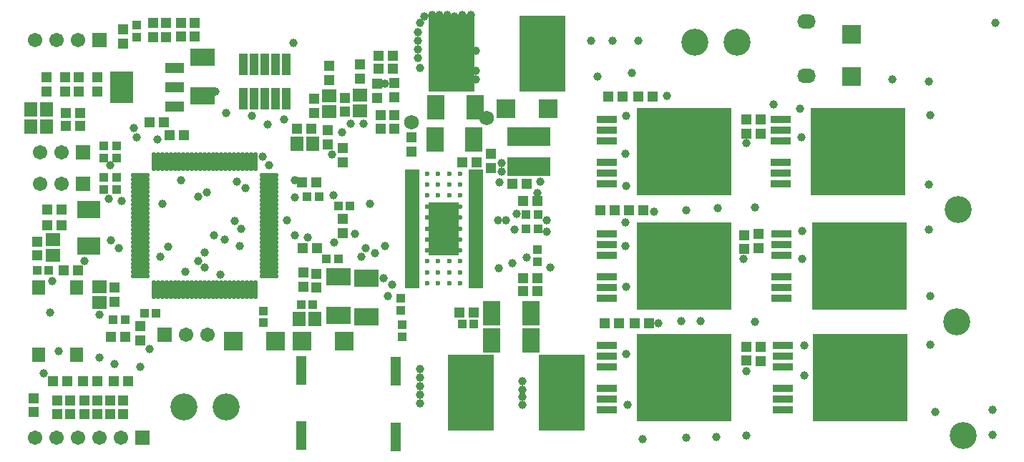
<source format=gts>
%FSTAX23Y23*%
%MOIN*%
%SFA1B1*%

%IPPOS*%
%ADD54C,0.023620*%
%ADD64R,0.142130X0.250000*%
%ADD65R,0.097960X0.037530*%
%ADD66R,0.441070X0.405440*%
%ADD67R,0.114300X0.082800*%
%ADD68R,0.043430X0.039500*%
%ADD69R,0.039500X0.043430*%
%ADD70R,0.051310X0.047370*%
%ADD71R,0.082800X0.114300*%
%ADD72R,0.204850X0.086740*%
%ADD73R,0.086740X0.086740*%
%ADD74R,0.047370X0.051310*%
%ADD75R,0.069020X0.019810*%
%ADD76R,0.067060X0.059180*%
%ADD77R,0.059180X0.067060*%
%ADD78R,0.045400X0.133980*%
%ADD79R,0.086740X0.047370*%
%ADD80R,0.106420X0.145790*%
%ADD81R,0.059180X0.069020*%
%ADD82R,0.110360X0.082800*%
%ADD83O,0.019810X0.090680*%
%ADD84O,0.090680X0.019810*%
%ADD85R,0.039500X0.102490*%
%ADD86R,0.212720X0.352490*%
%ADD87R,0.086740X0.086740*%
%ADD88R,0.067060X0.067060*%
%ADD89C,0.067060*%
%ADD90C,0.126110*%
%ADD91O,0.086740X0.067060*%
%ADD92C,0.068000*%
%ADD93C,0.039500*%
%LNpcbbldcdriver-1*%
%LPD*%
G54D54*
X03645Y03039D03*
Y03192D03*
Y03141D03*
Y0309D03*
Y02988D03*
Y02936D03*
Y02885D03*
Y02834D03*
Y02783D03*
Y02732D03*
Y0268D03*
X03594Y03192D03*
Y03141D03*
Y0309D03*
Y03039D03*
Y02988D03*
Y02936D03*
Y02885D03*
Y02834D03*
Y02783D03*
Y02732D03*
Y0268D03*
X03543Y03192D03*
Y03141D03*
Y0309D03*
Y03039D03*
Y02988D03*
Y02936D03*
Y02885D03*
Y02834D03*
Y02783D03*
Y02732D03*
Y0268D03*
X03492Y03192D03*
Y03141D03*
Y0309D03*
Y03039D03*
Y02988D03*
Y02936D03*
Y02885D03*
Y02834D03*
Y02783D03*
Y02732D03*
Y0268D03*
G54D64*
X0357Y02935D03*
G54D65*
X05147Y0239D03*
Y0234D03*
Y0229D03*
Y0219D03*
Y0214D03*
Y0209D03*
X05142Y0291D03*
Y0286D03*
Y0281D03*
Y0271D03*
Y0266D03*
Y0261D03*
X05137Y03445D03*
Y03395D03*
Y03345D03*
Y03245D03*
Y03195D03*
Y03145D03*
X04327Y03445D03*
Y03395D03*
Y03345D03*
Y03245D03*
Y03195D03*
Y03145D03*
Y0291D03*
Y0286D03*
Y0281D03*
Y0271D03*
Y0266D03*
Y0261D03*
Y0239D03*
Y0234D03*
Y0229D03*
Y0219D03*
Y0214D03*
Y0209D03*
G54D66*
X0551Y0224D03*
X05505Y0276D03*
X055Y03295D03*
X0469D03*
Y0276D03*
Y0224D03*
G54D67*
X0321Y02706D03*
Y02525D03*
X0308Y0253D03*
Y02711D03*
X02445Y03736D03*
Y03555D03*
G54D68*
X0337Y0261D03*
Y02555D03*
X03375Y02487D03*
Y02432D03*
X04005Y02837D03*
Y02782D03*
X0273Y02552D03*
Y02497D03*
X02045Y03119D03*
Y03175D03*
X01985Y03119D03*
Y03175D03*
Y03265D03*
Y0332D03*
X02045Y03265D03*
Y0332D03*
X0214Y03829D03*
Y03885D03*
G54D69*
X03654Y0249D03*
X0371D03*
X03952Y02935D03*
X04007D03*
X03952Y03D03*
X04007D03*
X02932Y03085D03*
X02987D03*
X03132Y0304D03*
X03077D03*
X03077Y02795D03*
X03022D03*
X02904Y0258D03*
X0296D03*
X02174Y0254D03*
X0223D03*
X02084Y0251D03*
X02029D03*
X0173Y0274D03*
X01674D03*
G54D70*
X03643Y02545D03*
X0371D03*
X0394Y02645D03*
X04006D03*
X04005Y02705D03*
X03938D03*
X04005Y03065D03*
X03938D03*
X03956Y03145D03*
X0389D03*
X03721Y03245D03*
X03655D03*
X03331Y0368D03*
X03265D03*
X03331Y0374D03*
X03265D03*
X02885Y034D03*
X02951D03*
X02976Y0315D03*
X0291D03*
X0298Y02845D03*
X02913D03*
X02099Y02225D03*
X02032D03*
X01954D03*
X01887D03*
X01816D03*
X01749D03*
X02017Y0243D03*
X02084D03*
X01865Y0274D03*
X01798D03*
X0179Y0295D03*
X01723D03*
X01874Y03415D03*
X01807D03*
X01874Y03475D03*
X01807D03*
X0179Y03025D03*
X01723D03*
X0236Y0337D03*
X02293D03*
X02198Y0343D03*
X02265D03*
X0446Y02495D03*
X04526D03*
X04318D03*
X04385D03*
X04433Y0302D03*
X045D03*
X04365D03*
X04298D03*
X04475Y0355D03*
X04541D03*
X04335D03*
X04401D03*
G54D71*
X03975Y02415D03*
X03793D03*
X03975Y0254D03*
X03793D03*
X0371Y0335D03*
X03528D03*
X03715Y035D03*
X03533D03*
G54D72*
X03965Y03225D03*
Y03365D03*
G54D73*
X04055Y03495D03*
X0386D03*
X03105Y0241D03*
X0291D03*
X02785D03*
X0259D03*
G54D74*
X0379Y03285D03*
Y03218D03*
X0342Y03361D03*
Y03295D03*
X0334Y03548D03*
Y03615D03*
Y034D03*
Y03466D03*
X03275D03*
Y034D03*
X0326Y03545D03*
Y03611D03*
X0318Y03635D03*
Y03701D03*
X0311Y03546D03*
Y0348D03*
X03035Y03628D03*
Y03695D03*
X02965Y03541D03*
Y03475D03*
X0303Y03395D03*
Y03328D03*
X031Y03245D03*
Y03311D03*
Y0298D03*
Y02913D03*
X02975Y02726D03*
Y0266D03*
X02915Y0273D03*
Y02663D03*
X02155Y02413D03*
Y0248D03*
X01769Y0207D03*
Y02136D03*
X01829Y0207D03*
Y02136D03*
X01894Y0207D03*
Y02136D03*
X01954Y0207D03*
Y02136D03*
X02014Y0207D03*
Y02136D03*
X02074Y0207D03*
Y02136D03*
X0166Y0208D03*
Y02146D03*
X02035Y02661D03*
Y02595D03*
X01675Y0281D03*
Y02876D03*
X0241Y0383D03*
Y03896D03*
X02345D03*
Y0383D03*
X02275Y03828D03*
Y03895D03*
X02215Y03828D03*
Y03895D03*
X02075Y03798D03*
Y03865D03*
X01954Y03573D03*
Y0364D03*
X01869D03*
Y03573D03*
X01804Y0364D03*
Y03573D03*
X01719D03*
Y0364D03*
X0498Y02386D03*
Y0232D03*
X05045Y02318D03*
Y02385D03*
X0497Y02906D03*
Y0284D03*
X05035Y02843D03*
Y0291D03*
X0498Y03445D03*
Y03378D03*
X05045D03*
Y03445D03*
G54D75*
X03422Y032D03*
Y03181D03*
Y03161D03*
Y03141D03*
Y03122D03*
Y03102D03*
Y03082D03*
Y03062D03*
Y03043D03*
Y03023D03*
Y03003D03*
Y02984D03*
Y02964D03*
Y02944D03*
Y02925D03*
Y02905D03*
Y02885D03*
Y02866D03*
Y02846D03*
Y02826D03*
Y02807D03*
Y02787D03*
Y02767D03*
Y02747D03*
Y02728D03*
Y02708D03*
Y02688D03*
Y02669D03*
X03717D03*
X03717Y02688D03*
X03717Y02708D03*
Y02728D03*
Y02747D03*
Y02767D03*
Y02787D03*
Y02807D03*
Y02826D03*
Y02846D03*
Y02866D03*
Y02885D03*
Y02905D03*
Y02925D03*
Y02944D03*
Y02964D03*
Y02984D03*
Y03003D03*
Y03023D03*
Y03043D03*
Y03062D03*
Y03082D03*
Y03102D03*
Y03122D03*
Y03141D03*
Y03161D03*
Y03181D03*
Y032D03*
G54D76*
X0318Y03485D03*
Y03559D03*
X03035Y0348D03*
Y03554D03*
X01965Y0259D03*
Y02664D03*
X0175Y02884D03*
Y0281D03*
G54D77*
X0296Y0333D03*
X02885D03*
X02895Y02515D03*
X02969D03*
X01645Y0341D03*
X01719D03*
X01645Y0349D03*
X01719D03*
G54D78*
X03345Y0227D03*
Y01966D03*
X02905Y02273D03*
Y0197D03*
G54D79*
X02315Y03504D03*
Y03595D03*
Y03685D03*
G54D80*
X0207Y03595D03*
G54D81*
X01682Y0266D03*
X0186D03*
Y02347D03*
X01682D03*
G54D82*
X01915Y02855D03*
Y03024D03*
G54D83*
X02218Y03249D03*
X02238D03*
X02258D03*
X02277D03*
X02297D03*
X02317D03*
X02336D03*
X02356D03*
X02376D03*
X02395D03*
X02415D03*
X02435D03*
X02454D03*
X02474D03*
X02494D03*
X02513D03*
X02533D03*
X02553D03*
X02572D03*
X02592D03*
X02612D03*
X02632D03*
X02651D03*
X02671D03*
X02691D03*
Y0265D03*
X02671D03*
X02651D03*
X02632D03*
X02612D03*
X02592D03*
X02572D03*
X02553D03*
X02533D03*
X02513D03*
X02494D03*
X02474D03*
X02454D03*
X02435D03*
X02415D03*
X02395D03*
X02376D03*
X02356D03*
X02336D03*
X02317D03*
X02297D03*
X02277D03*
X02258D03*
X02238D03*
X02218D03*
G54D84*
X02754Y03186D03*
Y03166D03*
Y03146D03*
Y03127D03*
Y03107D03*
Y03087D03*
Y03068D03*
Y03048D03*
Y03028D03*
Y03009D03*
Y02989D03*
Y02969D03*
Y0295D03*
Y0293D03*
Y0291D03*
Y0289D03*
Y02871D03*
Y02851D03*
Y02831D03*
Y02812D03*
Y02792D03*
Y02772D03*
Y02753D03*
Y02733D03*
Y02713D03*
X02155D03*
Y02733D03*
Y02753D03*
Y02772D03*
Y02792D03*
Y02812D03*
Y02831D03*
Y02851D03*
Y02871D03*
Y0289D03*
Y0291D03*
Y0293D03*
Y0295D03*
Y02969D03*
Y02989D03*
Y03009D03*
Y03028D03*
Y03048D03*
Y03068D03*
Y03087D03*
Y03107D03*
Y03127D03*
Y03146D03*
Y03166D03*
Y03186D03*
G54D85*
X02635Y0354D03*
Y037D03*
X02685Y0354D03*
Y037D03*
X02735Y0354D03*
Y037D03*
X02785Y0354D03*
Y03702D03*
X02835Y0354D03*
Y037D03*
G54D86*
X03604Y0375D03*
X0403D03*
X03695Y0217D03*
X0412D03*
G54D87*
X0547Y0384D03*
Y03645D03*
G54D88*
X01965Y03815D03*
X02165Y0196D03*
X0227Y0244D03*
X0189Y0329D03*
Y03145D03*
G54D89*
X01865Y03815D03*
X01765D03*
X01665D03*
Y0196D03*
X01765D03*
X01865D03*
X01965D03*
X02065D03*
X0247Y0244D03*
X0237D03*
X0179Y0329D03*
X0169D03*
X0179Y03145D03*
X0169D03*
G54D90*
X04738Y03805D03*
X04935D03*
X02555Y02105D03*
X02358D03*
X0599Y0197D03*
X0596Y025D03*
X05965Y03025D03*
G54D91*
X0526Y03648D03*
Y039D03*
G54D92*
X0342Y0343D03*
X0377Y0345D03*
G54D93*
X0524Y02795D03*
X0502Y025D03*
X05105Y03515D03*
X04845Y0303D03*
X0502Y03035D03*
X0614Y03895D03*
X0566Y0363D03*
X0583Y0362D03*
X05835Y03465D03*
X0583Y0314D03*
Y0293D03*
X05835Y0262D03*
Y02395D03*
X06125Y01975D03*
Y0209D03*
X0525Y0225D03*
Y0239D03*
X0524Y02925D03*
X05235Y0336D03*
X0523Y03495D03*
X04475Y0381D03*
X04355D03*
X04255D03*
X04285Y03645D03*
X04445Y0366D03*
X0442Y0346D03*
X04415Y03285D03*
X0442Y03135D03*
X04415Y02965D03*
Y02855D03*
X0442Y02665D03*
Y0235D03*
X04425Y02115D03*
X04495Y01955D03*
X047Y0196D03*
X0484Y01965D03*
X0498Y0197D03*
X02875Y0316D03*
X02505Y03575D03*
X0346Y03685D03*
X03055Y0309D03*
X0201Y03075D03*
X0287Y038D03*
X03295Y0361D03*
X02605Y03155D03*
X02235Y0335D03*
X0226Y0305D03*
X0207Y03065D03*
X0225Y02803D03*
X01735Y02545D03*
X0331Y0262D03*
X02285Y0285D03*
X01775Y02365D03*
X01705Y0226D03*
X01895Y02785D03*
X01965Y02535D03*
X02155Y0229D03*
X01965Y02335D03*
X0305Y0328D03*
X02875Y0308D03*
X03195Y03425D03*
X04765Y02505D03*
X04065Y02755D03*
X0345Y0373D03*
Y0377D03*
Y0381D03*
Y0385D03*
X0346Y03895D03*
X0348Y03925D03*
X03515Y0393D03*
X0355D03*
X03585D03*
X0362Y03925D03*
X03655Y0393D03*
X03695D03*
X0402Y03155D03*
X0383Y0315D03*
X0386Y02975D03*
X039Y0293D03*
X0389Y02775D03*
X0391Y03005D03*
X03824Y0275D03*
X03821Y02973D03*
X0384Y032D03*
X03935Y02115D03*
Y0215D03*
Y02185D03*
Y02225D03*
X0346Y0212D03*
X0384Y0324D03*
X04005Y031D03*
X022Y02375D03*
X0586Y0208D03*
X0346Y0228D03*
Y0224D03*
Y022D03*
Y0216D03*
X0372Y0367D03*
Y0363D03*
Y03765D03*
X04675Y02505D03*
X0405Y02975D03*
X047Y0302D03*
X0405Y0292D03*
X03955Y028D03*
X0498Y0227D03*
X0457Y02495D03*
X0461Y03555D03*
X0455Y03015D03*
X04965Y02795D03*
X0498Y03335D03*
X03135Y03425D03*
X0284Y02975D03*
X03095Y03385D03*
X02875Y02905D03*
X0306Y0287D03*
X02935Y02895D03*
X01745Y0269D03*
X02555Y03475D03*
X02825Y03445D03*
X02725Y0327D03*
X02755Y0323D03*
X02645Y03125D03*
X02675Y0346D03*
X0275Y0342D03*
X0329Y02705D03*
X0253Y0272D03*
X02455Y02755D03*
X02365Y02735D03*
X02345Y0316D03*
X03205Y02845D03*
X02465Y03105D03*
X03295Y02855D03*
X0325Y0282D03*
X03185Y02805D03*
X0333Y02675D03*
X03155Y0291D03*
X02425Y03085D03*
X02125Y03405D03*
X0255Y02885D03*
X025Y02905D03*
X03225Y0305D03*
X02425Y02785D03*
X02455Y02825D03*
X02035Y02305D03*
X02595Y0297D03*
X02625Y02935D03*
X02055Y02845D03*
X0202Y0288D03*
X0262Y02855D03*
X0214Y0336D03*
X02015Y0323D03*
M02*
</source>
